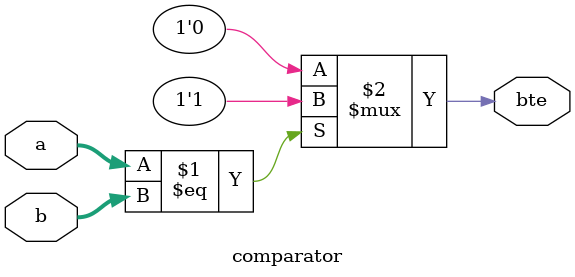
<source format=v>
module comparator #(
	parameter SIZE = 8,
	parameter BIT = $clog2(SIZE)
) (
	input [BIT - 1 : 0] a,
	input [BIT -1 : 0 ] b,
	output bte
);
	assign bte = (a == b) ? 1'b1:1'b0;
endmodule
</source>
